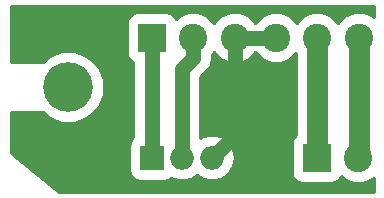
<source format=gbr>
G04 #@! TF.GenerationSoftware,KiCad,Pcbnew,(5.0.1)-4*
G04 #@! TF.CreationDate,2020-01-26T13:21:28+01:00*
G04 #@! TF.ProjectId,Vmc_card,566D635F636172642E6B696361645F70,rev?*
G04 #@! TF.SameCoordinates,PX717cbc0PY5d75c80*
G04 #@! TF.FileFunction,Copper,L2,Bot,Signal*
G04 #@! TF.FilePolarity,Positive*
%FSLAX46Y46*%
G04 Gerber Fmt 4.6, Leading zero omitted, Abs format (unit mm)*
G04 Created by KiCad (PCBNEW (5.0.1)-4) date 26/01/2020 13:21:28*
%MOMM*%
%LPD*%
G01*
G04 APERTURE LIST*
G04 #@! TA.AperFunction,ComponentPad*
%ADD10R,2.000000X2.000000*%
G04 #@! TD*
G04 #@! TA.AperFunction,ComponentPad*
%ADD11O,2.000000X2.000000*%
G04 #@! TD*
G04 #@! TA.AperFunction,ComponentPad*
%ADD12C,2.400000*%
G04 #@! TD*
G04 #@! TA.AperFunction,ComponentPad*
%ADD13R,2.400000X2.400000*%
G04 #@! TD*
G04 #@! TA.AperFunction,ViaPad*
%ADD14C,4.200000*%
G04 #@! TD*
G04 #@! TA.AperFunction,Conductor*
%ADD15C,1.270000*%
G04 #@! TD*
G04 #@! TA.AperFunction,Conductor*
%ADD16C,1.800000*%
G04 #@! TD*
G04 #@! TA.AperFunction,Conductor*
%ADD17C,0.254000*%
G04 #@! TD*
G04 APERTURE END LIST*
D10*
G04 #@! TO.P,J2,1*
G04 #@! TO.N,Net-(J1-Pad1)*
X13080000Y4020000D03*
D11*
G04 #@! TO.P,J2,2*
G04 #@! TO.N,Net-(J1-Pad2)*
X15620000Y4020000D03*
G04 #@! TO.P,J2,3*
G04 #@! TO.N,GND*
X18160000Y4020000D03*
G04 #@! TD*
D12*
G04 #@! TO.P,J3,2*
G04 #@! TO.N,+24V*
X30550000Y4020000D03*
D13*
G04 #@! TO.P,J3,1*
G04 #@! TO.N,Net-(J1-Pad5)*
X27050000Y4020000D03*
G04 #@! TD*
G04 #@! TO.P,J1,1*
G04 #@! TO.N,Net-(J1-Pad1)*
X13080000Y14180000D03*
D12*
G04 #@! TO.P,J1,2*
G04 #@! TO.N,Net-(J1-Pad2)*
X16580000Y14180000D03*
G04 #@! TO.P,J1,3*
G04 #@! TO.N,GND*
X20080000Y14180000D03*
G04 #@! TO.P,J1,4*
X23580000Y14180000D03*
G04 #@! TO.P,J1,5*
G04 #@! TO.N,Net-(J1-Pad5)*
X27080000Y14180000D03*
G04 #@! TO.P,J1,6*
G04 #@! TO.N,+24V*
X30580000Y14180000D03*
G04 #@! TD*
D14*
G04 #@! TO.N,*
X6000000Y10000000D03*
G04 #@! TD*
D15*
G04 #@! TO.N,GND*
X20080000Y5940000D02*
X18160000Y4020000D01*
X20080000Y14180000D02*
X20080000Y5940000D01*
X23580000Y14180000D02*
X20080000Y14180000D01*
G04 #@! TO.N,+24V*
X30580000Y4050000D02*
X30550000Y4020000D01*
D16*
X30580000Y14180000D02*
X30580000Y4050000D01*
D15*
G04 #@! TO.N,Net-(J1-Pad1)*
X13080000Y14180000D02*
X13080000Y4020000D01*
G04 #@! TO.N,Net-(J1-Pad2)*
X15620000Y5434213D02*
X15620000Y4020000D01*
X15620000Y11522944D02*
X15620000Y5434213D01*
X16580000Y12482944D02*
X15620000Y11522944D01*
X16580000Y14180000D02*
X16580000Y12482944D01*
G04 #@! TO.N,Net-(J1-Pad5)*
X27080000Y4050000D02*
X27050000Y4020000D01*
D16*
X27080000Y14180000D02*
X27080000Y4050000D01*
G04 #@! TD*
D17*
G04 #@! TO.N,GND*
G36*
X31873000Y15895031D02*
X31784848Y15983183D01*
X31003087Y16307000D01*
X30156913Y16307000D01*
X29375152Y15983183D01*
X28830000Y15438031D01*
X28284848Y15983183D01*
X27503087Y16307000D01*
X26656913Y16307000D01*
X25875152Y15983183D01*
X25330000Y15438031D01*
X24784848Y15983183D01*
X24003087Y16307000D01*
X23156913Y16307000D01*
X22375152Y15983183D01*
X21830000Y15438031D01*
X21284848Y15983183D01*
X20503087Y16307000D01*
X19656913Y16307000D01*
X18875152Y15983183D01*
X18330000Y15438031D01*
X17784848Y15983183D01*
X17003087Y16307000D01*
X16156913Y16307000D01*
X15375152Y15983183D01*
X15145385Y15753416D01*
X14948330Y16048330D01*
X14641697Y16253215D01*
X14280000Y16325161D01*
X11880000Y16325161D01*
X11518303Y16253215D01*
X11211670Y16048330D01*
X11006785Y15741697D01*
X10934839Y15380000D01*
X10934839Y12980000D01*
X11006785Y12618303D01*
X11211670Y12311670D01*
X11518000Y12106987D01*
X11518001Y5759378D01*
X11411670Y5688330D01*
X11206785Y5381697D01*
X11134839Y5020000D01*
X11134839Y3020000D01*
X11206785Y2658303D01*
X11411670Y2351670D01*
X11718303Y2146785D01*
X12080000Y2074839D01*
X14080000Y2074839D01*
X14441697Y2146785D01*
X14698327Y2318259D01*
X14868122Y2204806D01*
X15430208Y2093000D01*
X15809792Y2093000D01*
X16371878Y2204806D01*
X16890000Y2551005D01*
X17408122Y2204806D01*
X17970208Y2093000D01*
X18349792Y2093000D01*
X18911878Y2204806D01*
X19549289Y2630711D01*
X19975194Y3268122D01*
X20124752Y4020000D01*
X19975194Y4771878D01*
X19549289Y5409289D01*
X18911878Y5835194D01*
X18349792Y5947000D01*
X17970208Y5947000D01*
X17408122Y5835194D01*
X17182000Y5684104D01*
X17182000Y10875944D01*
X17575714Y11269658D01*
X17706139Y11356805D01*
X18051371Y11873482D01*
X18083467Y12034839D01*
X18172601Y12482943D01*
X18142000Y12636784D01*
X18142000Y12733969D01*
X18330000Y12921969D01*
X18875152Y12376817D01*
X19656913Y12053000D01*
X20503087Y12053000D01*
X21284848Y12376817D01*
X21830000Y12921969D01*
X22375152Y12376817D01*
X23156913Y12053000D01*
X24003087Y12053000D01*
X24784848Y12376817D01*
X25253000Y12844969D01*
X25253001Y5935992D01*
X25181670Y5888330D01*
X24976785Y5581697D01*
X24904839Y5220000D01*
X24904839Y2820000D01*
X24976785Y2458303D01*
X25181670Y2151670D01*
X25488303Y1946785D01*
X25850000Y1874839D01*
X28250000Y1874839D01*
X28611697Y1946785D01*
X28918330Y2151670D01*
X29115385Y2446584D01*
X29345152Y2216817D01*
X30126913Y1893000D01*
X30973087Y1893000D01*
X31754848Y2216817D01*
X31873000Y2334969D01*
X31873000Y1127000D01*
X5195232Y1127000D01*
X1127000Y4381585D01*
X1127000Y7873000D01*
X3846176Y7873000D01*
X4285342Y7433834D01*
X5397892Y6973000D01*
X6602108Y6973000D01*
X7714658Y7433834D01*
X8566166Y8285342D01*
X9027000Y9397892D01*
X9027000Y10602108D01*
X8566166Y11714658D01*
X7714658Y12566166D01*
X6602108Y13027000D01*
X5397892Y13027000D01*
X4285342Y12566166D01*
X3846176Y12127000D01*
X1127000Y12127000D01*
X1127000Y16873000D01*
X31873000Y16873000D01*
X31873000Y15895031D01*
X31873000Y15895031D01*
G37*
X31873000Y15895031D02*
X31784848Y15983183D01*
X31003087Y16307000D01*
X30156913Y16307000D01*
X29375152Y15983183D01*
X28830000Y15438031D01*
X28284848Y15983183D01*
X27503087Y16307000D01*
X26656913Y16307000D01*
X25875152Y15983183D01*
X25330000Y15438031D01*
X24784848Y15983183D01*
X24003087Y16307000D01*
X23156913Y16307000D01*
X22375152Y15983183D01*
X21830000Y15438031D01*
X21284848Y15983183D01*
X20503087Y16307000D01*
X19656913Y16307000D01*
X18875152Y15983183D01*
X18330000Y15438031D01*
X17784848Y15983183D01*
X17003087Y16307000D01*
X16156913Y16307000D01*
X15375152Y15983183D01*
X15145385Y15753416D01*
X14948330Y16048330D01*
X14641697Y16253215D01*
X14280000Y16325161D01*
X11880000Y16325161D01*
X11518303Y16253215D01*
X11211670Y16048330D01*
X11006785Y15741697D01*
X10934839Y15380000D01*
X10934839Y12980000D01*
X11006785Y12618303D01*
X11211670Y12311670D01*
X11518000Y12106987D01*
X11518001Y5759378D01*
X11411670Y5688330D01*
X11206785Y5381697D01*
X11134839Y5020000D01*
X11134839Y3020000D01*
X11206785Y2658303D01*
X11411670Y2351670D01*
X11718303Y2146785D01*
X12080000Y2074839D01*
X14080000Y2074839D01*
X14441697Y2146785D01*
X14698327Y2318259D01*
X14868122Y2204806D01*
X15430208Y2093000D01*
X15809792Y2093000D01*
X16371878Y2204806D01*
X16890000Y2551005D01*
X17408122Y2204806D01*
X17970208Y2093000D01*
X18349792Y2093000D01*
X18911878Y2204806D01*
X19549289Y2630711D01*
X19975194Y3268122D01*
X20124752Y4020000D01*
X19975194Y4771878D01*
X19549289Y5409289D01*
X18911878Y5835194D01*
X18349792Y5947000D01*
X17970208Y5947000D01*
X17408122Y5835194D01*
X17182000Y5684104D01*
X17182000Y10875944D01*
X17575714Y11269658D01*
X17706139Y11356805D01*
X18051371Y11873482D01*
X18083467Y12034839D01*
X18172601Y12482943D01*
X18142000Y12636784D01*
X18142000Y12733969D01*
X18330000Y12921969D01*
X18875152Y12376817D01*
X19656913Y12053000D01*
X20503087Y12053000D01*
X21284848Y12376817D01*
X21830000Y12921969D01*
X22375152Y12376817D01*
X23156913Y12053000D01*
X24003087Y12053000D01*
X24784848Y12376817D01*
X25253000Y12844969D01*
X25253001Y5935992D01*
X25181670Y5888330D01*
X24976785Y5581697D01*
X24904839Y5220000D01*
X24904839Y2820000D01*
X24976785Y2458303D01*
X25181670Y2151670D01*
X25488303Y1946785D01*
X25850000Y1874839D01*
X28250000Y1874839D01*
X28611697Y1946785D01*
X28918330Y2151670D01*
X29115385Y2446584D01*
X29345152Y2216817D01*
X30126913Y1893000D01*
X30973087Y1893000D01*
X31754848Y2216817D01*
X31873000Y2334969D01*
X31873000Y1127000D01*
X5195232Y1127000D01*
X1127000Y4381585D01*
X1127000Y7873000D01*
X3846176Y7873000D01*
X4285342Y7433834D01*
X5397892Y6973000D01*
X6602108Y6973000D01*
X7714658Y7433834D01*
X8566166Y8285342D01*
X9027000Y9397892D01*
X9027000Y10602108D01*
X8566166Y11714658D01*
X7714658Y12566166D01*
X6602108Y13027000D01*
X5397892Y13027000D01*
X4285342Y12566166D01*
X3846176Y12127000D01*
X1127000Y12127000D01*
X1127000Y16873000D01*
X31873000Y16873000D01*
X31873000Y15895031D01*
G04 #@! TD*
M02*

</source>
